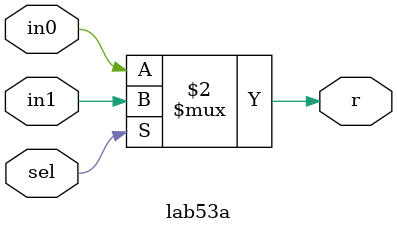
<source format=v>
`timescale 1ns / 1ps
module lab53a(input in0, in1, sel, output r);

assign r = (sel==1'b1) ? in1 : in0;

endmodule


</source>
